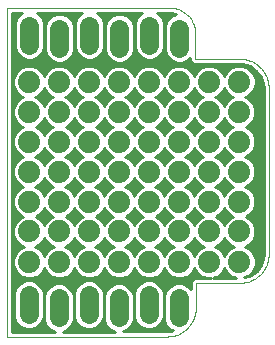
<source format=gtl>
G75*
G70*
%OFA0B0*%
%FSLAX24Y24*%
%IPPOS*%
%LPD*%
%AMOC8*
5,1,8,0,0,1.08239X$1,22.5*
%
%ADD10C,0.0000*%
%ADD11C,0.0640*%
%ADD12C,0.0740*%
%ADD13C,0.0100*%
D10*
X014712Y012689D02*
X014712Y014461D01*
X014716Y014461D01*
X014716Y021941D01*
X014711Y021926D01*
X014711Y023658D01*
X020059Y023657D01*
X020058Y023657D02*
X020115Y023661D01*
X020172Y023660D01*
X020229Y023656D01*
X020285Y023648D01*
X020341Y023637D01*
X020396Y023622D01*
X020450Y023603D01*
X020502Y023581D01*
X020553Y023555D01*
X020602Y023526D01*
X020649Y023494D01*
X020694Y023459D01*
X020736Y023421D01*
X020776Y023381D01*
X020814Y023338D01*
X020848Y023292D01*
X020879Y023245D01*
X020907Y023195D01*
X020932Y023144D01*
X020954Y023091D01*
X020971Y023037D01*
X020986Y022982D01*
X020996Y022926D01*
X021003Y022870D01*
X021003Y021953D01*
X022464Y021961D01*
X022526Y021959D01*
X022587Y021953D01*
X022648Y021944D01*
X022709Y021930D01*
X022768Y021913D01*
X022826Y021892D01*
X022883Y021867D01*
X022938Y021839D01*
X022991Y021808D01*
X023042Y021773D01*
X023091Y021735D01*
X023138Y021694D01*
X023181Y021651D01*
X023222Y021604D01*
X023260Y021555D01*
X023295Y021504D01*
X023326Y021451D01*
X023354Y021396D01*
X023379Y021339D01*
X023400Y021281D01*
X023417Y021222D01*
X023431Y021161D01*
X023440Y021100D01*
X023446Y021039D01*
X023448Y020977D01*
X023448Y015446D01*
X023449Y015446D02*
X023447Y015385D01*
X023441Y015325D01*
X023432Y015265D01*
X023419Y015206D01*
X023402Y015148D01*
X023381Y015091D01*
X023357Y015035D01*
X023330Y014981D01*
X023299Y014929D01*
X023265Y014879D01*
X023228Y014831D01*
X023187Y014785D01*
X023145Y014743D01*
X023099Y014702D01*
X023051Y014665D01*
X023001Y014631D01*
X022949Y014600D01*
X022895Y014573D01*
X022839Y014549D01*
X022782Y014528D01*
X022724Y014511D01*
X022665Y014498D01*
X022605Y014489D01*
X022545Y014483D01*
X022484Y014481D01*
X021019Y014472D01*
X021019Y013661D01*
X021020Y013661D02*
X021018Y013600D01*
X021012Y013540D01*
X021003Y013480D01*
X020990Y013421D01*
X020973Y013363D01*
X020952Y013306D01*
X020928Y013250D01*
X020901Y013196D01*
X020870Y013144D01*
X020836Y013094D01*
X020799Y013046D01*
X020758Y013000D01*
X020716Y012958D01*
X020670Y012917D01*
X020622Y012880D01*
X020572Y012846D01*
X020520Y012815D01*
X020466Y012788D01*
X020410Y012764D01*
X020353Y012743D01*
X020295Y012726D01*
X020236Y012713D01*
X020176Y012704D01*
X020116Y012698D01*
X020055Y012696D01*
X020055Y012697D02*
X014712Y012689D01*
D11*
X015457Y013440D02*
X015457Y014080D01*
X016457Y013980D02*
X016457Y013340D01*
X017457Y013440D02*
X017457Y014080D01*
X018457Y013980D02*
X018457Y013340D01*
X019457Y013440D02*
X019457Y014080D01*
X020457Y013980D02*
X020457Y013340D01*
X020474Y022317D02*
X020474Y022957D01*
X019474Y023057D02*
X019474Y022417D01*
X018474Y022317D02*
X018474Y022957D01*
X017474Y023057D02*
X017474Y022417D01*
X016474Y022317D02*
X016474Y022957D01*
X015474Y023057D02*
X015474Y022417D01*
D12*
X015470Y021189D03*
X016470Y021189D03*
X017470Y021189D03*
X018470Y021189D03*
X019470Y021189D03*
X020470Y021189D03*
X021470Y021189D03*
X022470Y021189D03*
X022468Y020182D03*
X021468Y020182D03*
X020468Y020182D03*
X019468Y020182D03*
X018468Y020182D03*
X017468Y020182D03*
X016468Y020182D03*
X015468Y020182D03*
X015467Y019196D03*
X016467Y019196D03*
X017467Y019196D03*
X018467Y019196D03*
X019467Y019196D03*
X020467Y019196D03*
X021467Y019196D03*
X022467Y019196D03*
X022467Y018195D03*
X021467Y018195D03*
X020467Y018195D03*
X019467Y018195D03*
X018467Y018195D03*
X017467Y018195D03*
X016467Y018195D03*
X015467Y018195D03*
X015467Y017194D03*
X016467Y017194D03*
X017467Y017194D03*
X018467Y017194D03*
X019467Y017194D03*
X020467Y017194D03*
X021467Y017194D03*
X022467Y017194D03*
X022467Y016199D03*
X021467Y016199D03*
X020467Y016199D03*
X019467Y016199D03*
X018467Y016199D03*
X017467Y016199D03*
X016467Y016199D03*
X015467Y016199D03*
X015471Y015185D03*
X016471Y015185D03*
X017471Y015185D03*
X018471Y015185D03*
X019471Y015185D03*
X020471Y015185D03*
X021471Y015185D03*
X022471Y015185D03*
D13*
X022963Y014964D02*
X023103Y014964D01*
X023045Y014884D02*
X023192Y015085D01*
X023268Y015321D01*
X023278Y015446D01*
X023278Y020977D01*
X023268Y021105D01*
X023189Y021347D01*
X023040Y021553D01*
X022834Y021703D01*
X022591Y021781D01*
X022464Y021791D01*
X021074Y021783D01*
X021074Y021783D01*
X021004Y021783D01*
X020934Y021782D01*
X020934Y021783D01*
X020933Y021783D01*
X020884Y021832D01*
X020834Y021881D01*
X020834Y021882D01*
X020833Y021882D01*
X020833Y021952D01*
X020833Y021983D01*
X020752Y021901D01*
X020571Y021827D01*
X020377Y021827D01*
X020196Y021901D01*
X020059Y022039D01*
X019984Y022219D01*
X019984Y023054D01*
X020059Y023234D01*
X020196Y023372D01*
X020375Y023446D01*
X020184Y023490D01*
X020130Y023489D01*
X020129Y023487D01*
X020066Y023487D01*
X020004Y023482D01*
X019997Y023487D01*
X019714Y023488D01*
X019752Y023472D01*
X019889Y023334D01*
X019964Y023154D01*
X019964Y022319D01*
X019889Y022139D01*
X019752Y022001D01*
X019571Y021927D01*
X019377Y021927D01*
X019196Y022001D01*
X019059Y022139D01*
X018984Y022319D01*
X018984Y023154D01*
X019059Y023334D01*
X019196Y023472D01*
X019234Y023488D01*
X017713Y023488D01*
X017752Y023472D01*
X017889Y023334D01*
X017964Y023154D01*
X017964Y022319D01*
X017889Y022139D01*
X017752Y022001D01*
X017571Y021927D01*
X017377Y021927D01*
X017196Y022001D01*
X017059Y022139D01*
X016984Y022319D01*
X016984Y023154D01*
X017059Y023334D01*
X017196Y023472D01*
X017235Y023488D01*
X015712Y023488D01*
X015752Y023472D01*
X015889Y023334D01*
X015964Y023154D01*
X015964Y022319D01*
X015889Y022139D01*
X015752Y022001D01*
X015571Y021927D01*
X015377Y021927D01*
X015196Y022001D01*
X015059Y022139D01*
X014984Y022319D01*
X014984Y023154D01*
X015059Y023334D01*
X015196Y023472D01*
X015236Y023488D01*
X014881Y023488D01*
X014881Y022016D01*
X014886Y022011D01*
X014886Y021983D01*
X014899Y021958D01*
X014886Y021915D01*
X014886Y014390D01*
X014882Y014386D01*
X014882Y012859D01*
X016333Y012861D01*
X016179Y012925D01*
X016042Y013063D01*
X015967Y013243D01*
X015967Y014078D01*
X016042Y014258D01*
X016179Y014396D01*
X016360Y014470D01*
X016554Y014470D01*
X016735Y014396D01*
X016872Y014258D01*
X016947Y014078D01*
X016947Y013243D01*
X016872Y013063D01*
X016735Y012925D01*
X016582Y012862D01*
X018326Y012864D01*
X018179Y012925D01*
X018042Y013063D01*
X017967Y013243D01*
X017967Y014078D01*
X018042Y014258D01*
X018179Y014396D01*
X018360Y014470D01*
X018554Y014470D01*
X018735Y014396D01*
X018872Y014258D01*
X018947Y014078D01*
X018947Y013243D01*
X018872Y013063D01*
X018735Y012925D01*
X018589Y012865D01*
X019984Y012867D01*
X019984Y012867D01*
X020055Y012867D01*
X020179Y012877D01*
X020245Y012898D01*
X020179Y012925D01*
X020042Y013063D01*
X019967Y013243D01*
X019967Y014078D01*
X020042Y014258D01*
X020179Y014396D01*
X020360Y014470D01*
X020554Y014470D01*
X020735Y014396D01*
X020849Y014281D01*
X020849Y014472D01*
X020849Y014542D01*
X020849Y014542D01*
X020849Y014543D01*
X020899Y014592D01*
X020948Y014642D01*
X020948Y014642D01*
X020949Y014642D01*
X021019Y014642D01*
X021535Y014645D01*
X021363Y014645D01*
X021165Y014728D01*
X021013Y014880D01*
X020971Y014982D01*
X020928Y014880D01*
X020776Y014728D01*
X020578Y014645D01*
X020363Y014645D01*
X020165Y014728D01*
X020013Y014880D01*
X019971Y014982D01*
X019928Y014880D01*
X019776Y014728D01*
X019578Y014645D01*
X019363Y014645D01*
X019165Y014728D01*
X019013Y014880D01*
X018971Y014982D01*
X018928Y014880D01*
X018776Y014728D01*
X018578Y014645D01*
X018363Y014645D01*
X018165Y014728D01*
X018013Y014880D01*
X017971Y014982D01*
X017928Y014880D01*
X017776Y014728D01*
X017578Y014645D01*
X017363Y014645D01*
X017165Y014728D01*
X017013Y014880D01*
X016971Y014982D01*
X016928Y014880D01*
X016776Y014728D01*
X016578Y014645D01*
X016363Y014645D01*
X016165Y014728D01*
X016013Y014880D01*
X015971Y014982D01*
X015928Y014880D01*
X015776Y014728D01*
X015578Y014645D01*
X015363Y014645D01*
X015165Y014728D01*
X015013Y014880D01*
X014931Y015078D01*
X014931Y015293D01*
X015013Y015491D01*
X015165Y015643D01*
X015280Y015691D01*
X015161Y015741D01*
X015009Y015893D01*
X014927Y016091D01*
X014927Y016306D01*
X015009Y016504D01*
X015161Y016656D01*
X015257Y016696D01*
X015161Y016736D01*
X015009Y016888D01*
X014927Y017086D01*
X014927Y017301D01*
X015009Y017499D01*
X015161Y017651D01*
X015264Y017694D01*
X015161Y017737D01*
X015009Y017889D01*
X014927Y018087D01*
X014927Y018302D01*
X015009Y018500D01*
X015161Y018652D01*
X015265Y018695D01*
X015161Y018738D01*
X015009Y018890D01*
X014927Y019089D01*
X014927Y019303D01*
X015009Y019502D01*
X015161Y019654D01*
X015246Y019689D01*
X015162Y019724D01*
X015010Y019876D01*
X014928Y020075D01*
X014928Y020289D01*
X015010Y020488D01*
X015162Y020640D01*
X015273Y020686D01*
X015164Y020731D01*
X015012Y020883D01*
X014930Y021081D01*
X014930Y021296D01*
X015012Y021494D01*
X015164Y021646D01*
X015362Y021728D01*
X015577Y021728D01*
X015775Y021646D01*
X015927Y021494D01*
X015970Y021392D01*
X016012Y021494D01*
X016164Y021646D01*
X016362Y021728D01*
X016577Y021728D01*
X016775Y021646D01*
X016927Y021494D01*
X016970Y021392D01*
X017012Y021494D01*
X017164Y021646D01*
X017362Y021728D01*
X017577Y021728D01*
X017775Y021646D01*
X017927Y021494D01*
X017970Y021392D01*
X018012Y021494D01*
X018164Y021646D01*
X018362Y021728D01*
X018577Y021728D01*
X018775Y021646D01*
X018927Y021494D01*
X018970Y021392D01*
X019012Y021494D01*
X019164Y021646D01*
X019362Y021728D01*
X019577Y021728D01*
X019775Y021646D01*
X019927Y021494D01*
X019970Y021392D01*
X020012Y021494D01*
X020164Y021646D01*
X020362Y021728D01*
X020577Y021728D01*
X020775Y021646D01*
X020927Y021494D01*
X020970Y021392D01*
X021012Y021494D01*
X021164Y021646D01*
X021362Y021728D01*
X021577Y021728D01*
X021775Y021646D01*
X021927Y021494D01*
X021970Y021392D01*
X022012Y021494D01*
X022164Y021646D01*
X022362Y021728D01*
X022577Y021728D01*
X022775Y021646D01*
X022927Y021494D01*
X023010Y021296D01*
X023010Y021081D01*
X022927Y020883D01*
X022775Y020731D01*
X022665Y020685D01*
X022774Y020640D01*
X022926Y020488D01*
X023008Y020289D01*
X023008Y020075D01*
X022926Y019876D01*
X022774Y019724D01*
X022688Y019689D01*
X022772Y019654D01*
X022924Y019502D01*
X023007Y019303D01*
X023007Y019089D01*
X022924Y018890D01*
X022772Y018738D01*
X022669Y018695D01*
X022773Y018652D01*
X022925Y018500D01*
X023007Y018302D01*
X023007Y018087D01*
X022925Y017889D01*
X022773Y017737D01*
X022670Y017694D01*
X022772Y017651D01*
X022924Y017499D01*
X023007Y017301D01*
X023007Y017086D01*
X022924Y016888D01*
X022772Y016736D01*
X022677Y016696D01*
X022773Y016656D01*
X022925Y016504D01*
X023007Y016306D01*
X023007Y016091D01*
X022925Y015893D01*
X022773Y015741D01*
X022657Y015693D01*
X022776Y015643D01*
X022928Y015491D01*
X023011Y015293D01*
X023011Y015078D01*
X022928Y014880D01*
X022776Y014728D01*
X022641Y014672D01*
X022844Y014738D01*
X023045Y014884D01*
X023020Y014865D02*
X022914Y014865D01*
X022884Y014767D02*
X022815Y014767D01*
X023004Y015062D02*
X023175Y015062D01*
X023216Y015161D02*
X023011Y015161D01*
X023011Y015259D02*
X023248Y015259D01*
X023271Y015358D02*
X022984Y015358D01*
X022943Y015456D02*
X023278Y015456D01*
X023278Y015555D02*
X022865Y015555D01*
X022753Y015653D02*
X023278Y015653D01*
X023278Y015752D02*
X022784Y015752D01*
X022882Y015850D02*
X023278Y015850D01*
X023278Y015949D02*
X022948Y015949D01*
X022989Y016047D02*
X023278Y016047D01*
X023278Y016146D02*
X023007Y016146D01*
X023007Y016244D02*
X023278Y016244D01*
X023278Y016343D02*
X022992Y016343D01*
X022951Y016441D02*
X023278Y016441D01*
X023278Y016540D02*
X022890Y016540D01*
X022791Y016638D02*
X023278Y016638D01*
X023278Y016737D02*
X022773Y016737D01*
X022872Y016835D02*
X023278Y016835D01*
X023278Y016934D02*
X022943Y016934D01*
X022984Y017032D02*
X023278Y017032D01*
X023278Y017131D02*
X023007Y017131D01*
X023007Y017229D02*
X023278Y017229D01*
X023278Y017328D02*
X022995Y017328D01*
X022955Y017426D02*
X023278Y017426D01*
X023278Y017525D02*
X022899Y017525D01*
X022801Y017623D02*
X023278Y017623D01*
X023278Y017722D02*
X022736Y017722D01*
X022856Y017820D02*
X023278Y017820D01*
X023278Y017919D02*
X022937Y017919D01*
X022978Y018017D02*
X023278Y018017D01*
X023278Y018116D02*
X023007Y018116D01*
X023007Y018214D02*
X023278Y018214D01*
X023278Y018313D02*
X023003Y018313D01*
X022962Y018411D02*
X023278Y018411D01*
X023278Y018510D02*
X022916Y018510D01*
X022817Y018608D02*
X023278Y018608D01*
X023278Y018707D02*
X022696Y018707D01*
X022839Y018805D02*
X023278Y018805D01*
X023278Y018904D02*
X022930Y018904D01*
X022971Y019002D02*
X023278Y019002D01*
X023278Y019101D02*
X023007Y019101D01*
X023007Y019199D02*
X023278Y019199D01*
X023278Y019298D02*
X023007Y019298D01*
X022968Y019396D02*
X023278Y019396D01*
X023278Y019495D02*
X022927Y019495D01*
X022833Y019593D02*
X023278Y019593D01*
X023278Y019692D02*
X022695Y019692D01*
X022840Y019790D02*
X023278Y019790D01*
X023278Y019889D02*
X022931Y019889D01*
X022972Y019987D02*
X023278Y019987D01*
X023278Y020086D02*
X023008Y020086D01*
X023008Y020184D02*
X023278Y020184D01*
X023278Y020283D02*
X023008Y020283D01*
X022970Y020381D02*
X023278Y020381D01*
X023278Y020480D02*
X022929Y020480D01*
X022836Y020578D02*
X023278Y020578D01*
X023278Y020677D02*
X022685Y020677D01*
X022820Y020775D02*
X023278Y020775D01*
X023278Y020874D02*
X022918Y020874D01*
X022964Y020972D02*
X023278Y020972D01*
X023271Y021071D02*
X023005Y021071D01*
X023010Y021169D02*
X023247Y021169D01*
X023215Y021268D02*
X023010Y021268D01*
X022980Y021366D02*
X023176Y021366D01*
X023104Y021465D02*
X022940Y021465D01*
X022859Y021563D02*
X023026Y021563D01*
X022890Y021662D02*
X022739Y021662D01*
X022657Y021760D02*
X014886Y021760D01*
X014886Y021662D02*
X015200Y021662D01*
X015080Y021563D02*
X014886Y021563D01*
X014886Y021465D02*
X014999Y021465D01*
X014959Y021366D02*
X014886Y021366D01*
X014886Y021268D02*
X014930Y021268D01*
X014930Y021169D02*
X014886Y021169D01*
X014886Y021071D02*
X014934Y021071D01*
X014975Y020972D02*
X014886Y020972D01*
X014886Y020874D02*
X015021Y020874D01*
X015119Y020775D02*
X014886Y020775D01*
X014886Y020677D02*
X015251Y020677D01*
X015100Y020578D02*
X014886Y020578D01*
X014886Y020480D02*
X015007Y020480D01*
X014966Y020381D02*
X014886Y020381D01*
X014886Y020283D02*
X014928Y020283D01*
X014928Y020184D02*
X014886Y020184D01*
X014886Y020086D02*
X014928Y020086D01*
X014964Y019987D02*
X014886Y019987D01*
X014886Y019889D02*
X015005Y019889D01*
X015096Y019790D02*
X014886Y019790D01*
X014886Y019692D02*
X015241Y019692D01*
X015100Y019593D02*
X014886Y019593D01*
X014886Y019495D02*
X015006Y019495D01*
X014965Y019396D02*
X014886Y019396D01*
X014886Y019298D02*
X014927Y019298D01*
X014927Y019199D02*
X014886Y019199D01*
X014886Y019101D02*
X014927Y019101D01*
X014962Y019002D02*
X014886Y019002D01*
X014886Y018904D02*
X015003Y018904D01*
X015094Y018805D02*
X014886Y018805D01*
X014886Y018707D02*
X015237Y018707D01*
X015117Y018608D02*
X014886Y018608D01*
X014886Y018510D02*
X015018Y018510D01*
X014972Y018411D02*
X014886Y018411D01*
X014886Y018313D02*
X014931Y018313D01*
X014927Y018214D02*
X014886Y018214D01*
X014886Y018116D02*
X014927Y018116D01*
X014956Y018017D02*
X014886Y018017D01*
X014886Y017919D02*
X014997Y017919D01*
X015078Y017820D02*
X014886Y017820D01*
X014886Y017722D02*
X015198Y017722D01*
X015132Y017623D02*
X014886Y017623D01*
X014886Y017525D02*
X015034Y017525D01*
X014978Y017426D02*
X014886Y017426D01*
X014886Y017328D02*
X014938Y017328D01*
X014927Y017229D02*
X014886Y017229D01*
X014886Y017131D02*
X014927Y017131D01*
X014949Y017032D02*
X014886Y017032D01*
X014886Y016934D02*
X014990Y016934D01*
X015061Y016835D02*
X014886Y016835D01*
X014886Y016737D02*
X015160Y016737D01*
X015143Y016638D02*
X014886Y016638D01*
X014886Y016540D02*
X015044Y016540D01*
X014983Y016441D02*
X014886Y016441D01*
X014886Y016343D02*
X014942Y016343D01*
X014927Y016244D02*
X014886Y016244D01*
X014886Y016146D02*
X014927Y016146D01*
X014945Y016047D02*
X014886Y016047D01*
X014886Y015949D02*
X014986Y015949D01*
X015052Y015850D02*
X014886Y015850D01*
X014886Y015752D02*
X015150Y015752D01*
X015188Y015653D02*
X014886Y015653D01*
X014886Y015555D02*
X015076Y015555D01*
X014998Y015456D02*
X014886Y015456D01*
X014886Y015358D02*
X014957Y015358D01*
X014931Y015259D02*
X014886Y015259D01*
X014886Y015161D02*
X014931Y015161D01*
X014937Y015062D02*
X014886Y015062D01*
X014886Y014964D02*
X014978Y014964D01*
X015027Y014865D02*
X014886Y014865D01*
X014886Y014767D02*
X015126Y014767D01*
X015309Y014668D02*
X014886Y014668D01*
X014886Y014570D02*
X015357Y014570D01*
X015360Y014570D02*
X015179Y014496D01*
X015042Y014358D01*
X014967Y014178D01*
X014967Y013343D01*
X015042Y013163D01*
X015179Y013025D01*
X015360Y012950D01*
X015554Y012950D01*
X015735Y013025D01*
X015872Y013163D01*
X015947Y013343D01*
X015947Y014178D01*
X015872Y014358D01*
X015735Y014496D01*
X015554Y014570D01*
X015360Y014570D01*
X015557Y014570D02*
X017357Y014570D01*
X017360Y014570D02*
X017179Y014496D01*
X017042Y014358D01*
X016967Y014178D01*
X016967Y013343D01*
X017042Y013163D01*
X017179Y013025D01*
X017360Y012950D01*
X017554Y012950D01*
X017735Y013025D01*
X017872Y013163D01*
X017947Y013343D01*
X017947Y014178D01*
X017872Y014358D01*
X017735Y014496D01*
X017554Y014570D01*
X017360Y014570D01*
X017309Y014668D02*
X016632Y014668D01*
X016815Y014767D02*
X017126Y014767D01*
X017027Y014865D02*
X016914Y014865D01*
X016963Y014964D02*
X016978Y014964D01*
X017155Y014471D02*
X015759Y014471D01*
X015858Y014373D02*
X016156Y014373D01*
X016058Y014274D02*
X015907Y014274D01*
X015947Y014176D02*
X016007Y014176D01*
X015967Y014077D02*
X015947Y014077D01*
X015947Y013979D02*
X015967Y013979D01*
X015967Y013880D02*
X015947Y013880D01*
X015947Y013782D02*
X015967Y013782D01*
X015967Y013683D02*
X015947Y013683D01*
X015947Y013585D02*
X015967Y013585D01*
X015967Y013486D02*
X015947Y013486D01*
X015947Y013388D02*
X015967Y013388D01*
X015967Y013289D02*
X015925Y013289D01*
X015884Y013191D02*
X015989Y013191D01*
X016030Y013092D02*
X015801Y013092D01*
X015658Y012994D02*
X016111Y012994D01*
X016252Y012895D02*
X014882Y012895D01*
X014882Y012994D02*
X015256Y012994D01*
X015113Y013092D02*
X014882Y013092D01*
X014882Y013191D02*
X015030Y013191D01*
X014989Y013289D02*
X014882Y013289D01*
X014882Y013388D02*
X014967Y013388D01*
X014967Y013486D02*
X014882Y013486D01*
X014882Y013585D02*
X014967Y013585D01*
X014967Y013683D02*
X014882Y013683D01*
X014882Y013782D02*
X014967Y013782D01*
X014967Y013880D02*
X014882Y013880D01*
X014882Y013979D02*
X014967Y013979D01*
X014967Y014077D02*
X014882Y014077D01*
X014882Y014176D02*
X014967Y014176D01*
X015007Y014274D02*
X014882Y014274D01*
X014882Y014373D02*
X015056Y014373D01*
X015155Y014471D02*
X014886Y014471D01*
X015632Y014668D02*
X016309Y014668D01*
X016126Y014767D02*
X015815Y014767D01*
X015914Y014865D02*
X016027Y014865D01*
X015978Y014964D02*
X015963Y014964D01*
X015971Y015389D02*
X015928Y015491D01*
X015776Y015643D01*
X015657Y015693D01*
X015773Y015741D01*
X015925Y015893D01*
X015967Y015995D01*
X016009Y015893D01*
X016161Y015741D01*
X016280Y015691D01*
X016165Y015643D01*
X016013Y015491D01*
X015971Y015389D01*
X015943Y015456D02*
X015998Y015456D01*
X016076Y015555D02*
X015865Y015555D01*
X015753Y015653D02*
X016188Y015653D01*
X016150Y015752D02*
X015784Y015752D01*
X015882Y015850D02*
X016052Y015850D01*
X015986Y015949D02*
X015948Y015949D01*
X015967Y016402D02*
X015925Y016504D01*
X015773Y016656D01*
X015677Y016696D01*
X015772Y016736D01*
X015924Y016888D01*
X015967Y016990D01*
X016009Y016888D01*
X016161Y016736D01*
X016257Y016696D01*
X016161Y016656D01*
X016009Y016504D01*
X015967Y016402D01*
X015951Y016441D02*
X015983Y016441D01*
X016044Y016540D02*
X015890Y016540D01*
X015791Y016638D02*
X016143Y016638D01*
X016160Y016737D02*
X015773Y016737D01*
X015872Y016835D02*
X016061Y016835D01*
X015990Y016934D02*
X015943Y016934D01*
X015967Y017397D02*
X015924Y017499D01*
X015772Y017651D01*
X015670Y017694D01*
X015773Y017737D01*
X015925Y017889D01*
X015967Y017991D01*
X016009Y017889D01*
X016161Y017737D01*
X016264Y017694D01*
X016161Y017651D01*
X016009Y017499D01*
X015967Y017397D01*
X015955Y017426D02*
X015978Y017426D01*
X016034Y017525D02*
X015899Y017525D01*
X015801Y017623D02*
X016132Y017623D01*
X016198Y017722D02*
X015736Y017722D01*
X015856Y017820D02*
X016078Y017820D01*
X015997Y017919D02*
X015937Y017919D01*
X015967Y018398D02*
X015925Y018500D01*
X015773Y018652D01*
X015669Y018695D01*
X015772Y018738D01*
X015924Y018890D01*
X015967Y018992D01*
X016009Y018890D01*
X016161Y018738D01*
X016265Y018695D01*
X016161Y018652D01*
X016009Y018500D01*
X015967Y018398D01*
X015962Y018411D02*
X015972Y018411D01*
X016018Y018510D02*
X015916Y018510D01*
X015817Y018608D02*
X016117Y018608D01*
X016237Y018707D02*
X015696Y018707D01*
X015839Y018805D02*
X016094Y018805D01*
X016003Y018904D02*
X015930Y018904D01*
X015967Y019400D02*
X015924Y019502D01*
X015772Y019654D01*
X015688Y019689D01*
X015774Y019724D01*
X015926Y019876D01*
X015968Y019978D01*
X016010Y019876D01*
X016162Y019724D01*
X016246Y019689D01*
X016161Y019654D01*
X016009Y019502D01*
X015967Y019400D01*
X016006Y019495D02*
X015927Y019495D01*
X015833Y019593D02*
X016100Y019593D01*
X016241Y019692D02*
X015695Y019692D01*
X015840Y019790D02*
X016096Y019790D01*
X016005Y019889D02*
X015931Y019889D01*
X015968Y020386D02*
X015926Y020488D01*
X015774Y020640D01*
X015665Y020685D01*
X015775Y020731D01*
X015927Y020883D01*
X015970Y020985D01*
X016012Y020883D01*
X016164Y020731D01*
X016273Y020686D01*
X016162Y020640D01*
X016010Y020488D01*
X015968Y020386D01*
X015929Y020480D02*
X016007Y020480D01*
X016100Y020578D02*
X015836Y020578D01*
X015685Y020677D02*
X016251Y020677D01*
X016119Y020775D02*
X015820Y020775D01*
X015918Y020874D02*
X016021Y020874D01*
X015975Y020972D02*
X015964Y020972D01*
X015940Y021465D02*
X015999Y021465D01*
X016080Y021563D02*
X015859Y021563D01*
X015739Y021662D02*
X016200Y021662D01*
X016299Y021859D02*
X014886Y021859D01*
X014899Y021957D02*
X015303Y021957D01*
X015142Y022056D02*
X014881Y022056D01*
X014881Y022154D02*
X015052Y022154D01*
X015012Y022253D02*
X014881Y022253D01*
X014881Y022351D02*
X014984Y022351D01*
X014984Y022450D02*
X014881Y022450D01*
X014881Y022548D02*
X014984Y022548D01*
X014984Y022647D02*
X014881Y022647D01*
X014881Y022745D02*
X014984Y022745D01*
X014984Y022844D02*
X014881Y022844D01*
X014881Y022942D02*
X014984Y022942D01*
X014984Y023041D02*
X014881Y023041D01*
X014881Y023139D02*
X014984Y023139D01*
X015019Y023238D02*
X014881Y023238D01*
X014881Y023336D02*
X015061Y023336D01*
X015159Y023435D02*
X014881Y023435D01*
X015789Y023435D02*
X016348Y023435D01*
X016377Y023446D02*
X016196Y023372D01*
X016059Y023234D01*
X015984Y023054D01*
X015984Y022219D01*
X016059Y022039D01*
X016196Y021901D01*
X016377Y021827D01*
X016571Y021827D01*
X016752Y021901D01*
X016889Y022039D01*
X016964Y022219D01*
X016964Y023054D01*
X016889Y023234D01*
X016752Y023372D01*
X016571Y023446D01*
X016377Y023446D01*
X016600Y023435D02*
X017159Y023435D01*
X017061Y023336D02*
X016787Y023336D01*
X016886Y023238D02*
X017019Y023238D01*
X016984Y023139D02*
X016929Y023139D01*
X016964Y023041D02*
X016984Y023041D01*
X016984Y022942D02*
X016964Y022942D01*
X016964Y022844D02*
X016984Y022844D01*
X016984Y022745D02*
X016964Y022745D01*
X016964Y022647D02*
X016984Y022647D01*
X016984Y022548D02*
X016964Y022548D01*
X016964Y022450D02*
X016984Y022450D01*
X016984Y022351D02*
X016964Y022351D01*
X016964Y022253D02*
X017012Y022253D01*
X017052Y022154D02*
X016937Y022154D01*
X016896Y022056D02*
X017142Y022056D01*
X017303Y021957D02*
X016808Y021957D01*
X016649Y021859D02*
X018299Y021859D01*
X018377Y021827D02*
X018196Y021901D01*
X018059Y022039D01*
X017984Y022219D01*
X017984Y023054D01*
X018059Y023234D01*
X018196Y023372D01*
X018377Y023446D01*
X018571Y023446D01*
X018752Y023372D01*
X018889Y023234D01*
X018964Y023054D01*
X018964Y022219D01*
X018889Y022039D01*
X018752Y021901D01*
X018571Y021827D01*
X018377Y021827D01*
X018200Y021662D02*
X017739Y021662D01*
X017859Y021563D02*
X018080Y021563D01*
X017999Y021465D02*
X017940Y021465D01*
X017970Y020985D02*
X017927Y020883D01*
X017775Y020731D01*
X017665Y020685D01*
X017774Y020640D01*
X017926Y020488D01*
X017968Y020386D01*
X018010Y020488D01*
X018162Y020640D01*
X018273Y020686D01*
X018164Y020731D01*
X018012Y020883D01*
X017970Y020985D01*
X017975Y020972D02*
X017964Y020972D01*
X017918Y020874D02*
X018021Y020874D01*
X018119Y020775D02*
X017820Y020775D01*
X017685Y020677D02*
X018251Y020677D01*
X018100Y020578D02*
X017836Y020578D01*
X017929Y020480D02*
X018007Y020480D01*
X017968Y019978D02*
X017926Y019876D01*
X017774Y019724D01*
X017688Y019689D01*
X017772Y019654D01*
X017924Y019502D01*
X017967Y019400D01*
X018009Y019502D01*
X018161Y019654D01*
X018246Y019689D01*
X018162Y019724D01*
X018010Y019876D01*
X017968Y019978D01*
X017931Y019889D02*
X018005Y019889D01*
X018096Y019790D02*
X017840Y019790D01*
X017695Y019692D02*
X018241Y019692D01*
X018100Y019593D02*
X017833Y019593D01*
X017927Y019495D02*
X018006Y019495D01*
X017967Y018992D02*
X017924Y018890D01*
X017772Y018738D01*
X017669Y018695D01*
X017773Y018652D01*
X017925Y018500D01*
X017967Y018398D01*
X018009Y018500D01*
X018161Y018652D01*
X018265Y018695D01*
X018161Y018738D01*
X018009Y018890D01*
X017967Y018992D01*
X017930Y018904D02*
X018003Y018904D01*
X018094Y018805D02*
X017839Y018805D01*
X017696Y018707D02*
X018237Y018707D01*
X018117Y018608D02*
X017817Y018608D01*
X017916Y018510D02*
X018018Y018510D01*
X017972Y018411D02*
X017962Y018411D01*
X017967Y017991D02*
X018009Y017889D01*
X018161Y017737D01*
X018264Y017694D01*
X018161Y017651D01*
X018009Y017499D01*
X017967Y017397D01*
X017924Y017499D01*
X017772Y017651D01*
X017670Y017694D01*
X017773Y017737D01*
X017925Y017889D01*
X017967Y017991D01*
X017937Y017919D02*
X017997Y017919D01*
X018078Y017820D02*
X017856Y017820D01*
X017736Y017722D02*
X018198Y017722D01*
X018132Y017623D02*
X017801Y017623D01*
X017899Y017525D02*
X018034Y017525D01*
X017978Y017426D02*
X017955Y017426D01*
X017967Y016990D02*
X017924Y016888D01*
X017772Y016736D01*
X017677Y016696D01*
X017773Y016656D01*
X017925Y016504D01*
X017967Y016402D01*
X018009Y016504D01*
X018161Y016656D01*
X018257Y016696D01*
X018161Y016736D01*
X018009Y016888D01*
X017967Y016990D01*
X017943Y016934D02*
X017990Y016934D01*
X018061Y016835D02*
X017872Y016835D01*
X017773Y016737D02*
X018160Y016737D01*
X018143Y016638D02*
X017791Y016638D01*
X017890Y016540D02*
X018044Y016540D01*
X017983Y016441D02*
X017951Y016441D01*
X017967Y015995D02*
X017925Y015893D01*
X017773Y015741D01*
X017657Y015693D01*
X017776Y015643D01*
X017928Y015491D01*
X017971Y015389D01*
X018013Y015491D01*
X018165Y015643D01*
X018280Y015691D01*
X018161Y015741D01*
X018009Y015893D01*
X017967Y015995D01*
X017948Y015949D02*
X017986Y015949D01*
X018052Y015850D02*
X017882Y015850D01*
X017784Y015752D02*
X018150Y015752D01*
X018188Y015653D02*
X017753Y015653D01*
X017865Y015555D02*
X018076Y015555D01*
X017998Y015456D02*
X017943Y015456D01*
X017963Y014964D02*
X017978Y014964D01*
X018027Y014865D02*
X017914Y014865D01*
X017815Y014767D02*
X018126Y014767D01*
X018309Y014668D02*
X017632Y014668D01*
X017557Y014570D02*
X019357Y014570D01*
X019360Y014570D02*
X019179Y014496D01*
X019042Y014358D01*
X018967Y014178D01*
X018967Y013343D01*
X019042Y013163D01*
X019179Y013025D01*
X019360Y012950D01*
X019554Y012950D01*
X019735Y013025D01*
X019872Y013163D01*
X019947Y013343D01*
X019947Y014178D01*
X019872Y014358D01*
X019735Y014496D01*
X019554Y014570D01*
X019360Y014570D01*
X019309Y014668D02*
X018632Y014668D01*
X018815Y014767D02*
X019126Y014767D01*
X019027Y014865D02*
X018914Y014865D01*
X018963Y014964D02*
X018978Y014964D01*
X019155Y014471D02*
X017759Y014471D01*
X017858Y014373D02*
X018156Y014373D01*
X018058Y014274D02*
X017907Y014274D01*
X017947Y014176D02*
X018007Y014176D01*
X017967Y014077D02*
X017947Y014077D01*
X017947Y013979D02*
X017967Y013979D01*
X017967Y013880D02*
X017947Y013880D01*
X017947Y013782D02*
X017967Y013782D01*
X017967Y013683D02*
X017947Y013683D01*
X017947Y013585D02*
X017967Y013585D01*
X017967Y013486D02*
X017947Y013486D01*
X017947Y013388D02*
X017967Y013388D01*
X017967Y013289D02*
X017925Y013289D01*
X017884Y013191D02*
X017989Y013191D01*
X018030Y013092D02*
X017801Y013092D01*
X017658Y012994D02*
X018111Y012994D01*
X018252Y012895D02*
X016662Y012895D01*
X016803Y012994D02*
X017256Y012994D01*
X017113Y013092D02*
X016884Y013092D01*
X016925Y013191D02*
X017030Y013191D01*
X016989Y013289D02*
X016947Y013289D01*
X016947Y013388D02*
X016967Y013388D01*
X016967Y013486D02*
X016947Y013486D01*
X016947Y013585D02*
X016967Y013585D01*
X016967Y013683D02*
X016947Y013683D01*
X016947Y013782D02*
X016967Y013782D01*
X016967Y013880D02*
X016947Y013880D01*
X016947Y013979D02*
X016967Y013979D01*
X016967Y014077D02*
X016947Y014077D01*
X016967Y014176D02*
X016907Y014176D01*
X016856Y014274D02*
X017007Y014274D01*
X017056Y014373D02*
X016758Y014373D01*
X016971Y015389D02*
X016928Y015491D01*
X016776Y015643D01*
X016657Y015693D01*
X016773Y015741D01*
X016925Y015893D01*
X016967Y015995D01*
X017009Y015893D01*
X017161Y015741D01*
X017280Y015691D01*
X017165Y015643D01*
X017013Y015491D01*
X016971Y015389D01*
X016943Y015456D02*
X016998Y015456D01*
X017076Y015555D02*
X016865Y015555D01*
X016753Y015653D02*
X017188Y015653D01*
X017150Y015752D02*
X016784Y015752D01*
X016882Y015850D02*
X017052Y015850D01*
X016986Y015949D02*
X016948Y015949D01*
X016967Y016402D02*
X016925Y016504D01*
X016773Y016656D01*
X016677Y016696D01*
X016772Y016736D01*
X016924Y016888D01*
X016967Y016990D01*
X017009Y016888D01*
X017161Y016736D01*
X017257Y016696D01*
X017161Y016656D01*
X017009Y016504D01*
X016967Y016402D01*
X016951Y016441D02*
X016983Y016441D01*
X017044Y016540D02*
X016890Y016540D01*
X016791Y016638D02*
X017143Y016638D01*
X017160Y016737D02*
X016773Y016737D01*
X016872Y016835D02*
X017061Y016835D01*
X016990Y016934D02*
X016943Y016934D01*
X016967Y017397D02*
X016924Y017499D01*
X016772Y017651D01*
X016670Y017694D01*
X016773Y017737D01*
X016925Y017889D01*
X016967Y017991D01*
X017009Y017889D01*
X017161Y017737D01*
X017264Y017694D01*
X017161Y017651D01*
X017009Y017499D01*
X016967Y017397D01*
X016955Y017426D02*
X016978Y017426D01*
X017034Y017525D02*
X016899Y017525D01*
X016801Y017623D02*
X017132Y017623D01*
X017198Y017722D02*
X016736Y017722D01*
X016856Y017820D02*
X017078Y017820D01*
X016997Y017919D02*
X016937Y017919D01*
X016967Y018398D02*
X016925Y018500D01*
X016773Y018652D01*
X016669Y018695D01*
X016772Y018738D01*
X016924Y018890D01*
X016967Y018992D01*
X017009Y018890D01*
X017161Y018738D01*
X017265Y018695D01*
X017161Y018652D01*
X017009Y018500D01*
X016967Y018398D01*
X016962Y018411D02*
X016972Y018411D01*
X017018Y018510D02*
X016916Y018510D01*
X016817Y018608D02*
X017117Y018608D01*
X017237Y018707D02*
X016696Y018707D01*
X016839Y018805D02*
X017094Y018805D01*
X017003Y018904D02*
X016930Y018904D01*
X016967Y019400D02*
X016924Y019502D01*
X016772Y019654D01*
X016688Y019689D01*
X016774Y019724D01*
X016926Y019876D01*
X016968Y019978D01*
X017010Y019876D01*
X017162Y019724D01*
X017246Y019689D01*
X017161Y019654D01*
X017009Y019502D01*
X016967Y019400D01*
X017006Y019495D02*
X016927Y019495D01*
X016833Y019593D02*
X017100Y019593D01*
X017241Y019692D02*
X016695Y019692D01*
X016840Y019790D02*
X017096Y019790D01*
X017005Y019889D02*
X016931Y019889D01*
X016968Y020386D02*
X016926Y020488D01*
X016774Y020640D01*
X016665Y020685D01*
X016775Y020731D01*
X016927Y020883D01*
X016970Y020985D01*
X017012Y020883D01*
X017164Y020731D01*
X017273Y020686D01*
X017162Y020640D01*
X017010Y020488D01*
X016968Y020386D01*
X016929Y020480D02*
X017007Y020480D01*
X017100Y020578D02*
X016836Y020578D01*
X016685Y020677D02*
X017251Y020677D01*
X017119Y020775D02*
X016820Y020775D01*
X016918Y020874D02*
X017021Y020874D01*
X016975Y020972D02*
X016964Y020972D01*
X016940Y021465D02*
X016999Y021465D01*
X017080Y021563D02*
X016859Y021563D01*
X016739Y021662D02*
X017200Y021662D01*
X017645Y021957D02*
X018141Y021957D01*
X018052Y022056D02*
X017806Y022056D01*
X017896Y022154D02*
X018011Y022154D01*
X017984Y022253D02*
X017936Y022253D01*
X017964Y022351D02*
X017984Y022351D01*
X017984Y022450D02*
X017964Y022450D01*
X017964Y022548D02*
X017984Y022548D01*
X017984Y022647D02*
X017964Y022647D01*
X017964Y022745D02*
X017984Y022745D01*
X017984Y022844D02*
X017964Y022844D01*
X017964Y022942D02*
X017984Y022942D01*
X017984Y023041D02*
X017964Y023041D01*
X017964Y023139D02*
X018019Y023139D01*
X018062Y023238D02*
X017929Y023238D01*
X017887Y023336D02*
X018161Y023336D01*
X018348Y023435D02*
X017789Y023435D01*
X018600Y023435D02*
X019159Y023435D01*
X019061Y023336D02*
X018787Y023336D01*
X018886Y023238D02*
X019019Y023238D01*
X018984Y023139D02*
X018929Y023139D01*
X018964Y023041D02*
X018984Y023041D01*
X018984Y022942D02*
X018964Y022942D01*
X018964Y022844D02*
X018984Y022844D01*
X018984Y022745D02*
X018964Y022745D01*
X018964Y022647D02*
X018984Y022647D01*
X018984Y022548D02*
X018964Y022548D01*
X018964Y022450D02*
X018984Y022450D01*
X018984Y022351D02*
X018964Y022351D01*
X018964Y022253D02*
X019012Y022253D01*
X019052Y022154D02*
X018937Y022154D01*
X018896Y022056D02*
X019142Y022056D01*
X019303Y021957D02*
X018808Y021957D01*
X018649Y021859D02*
X020299Y021859D01*
X020141Y021957D02*
X019645Y021957D01*
X019806Y022056D02*
X020052Y022056D01*
X020011Y022154D02*
X019896Y022154D01*
X019936Y022253D02*
X019984Y022253D01*
X019984Y022351D02*
X019964Y022351D01*
X019964Y022450D02*
X019984Y022450D01*
X019984Y022548D02*
X019964Y022548D01*
X019964Y022647D02*
X019984Y022647D01*
X019984Y022745D02*
X019964Y022745D01*
X019964Y022844D02*
X019984Y022844D01*
X019984Y022942D02*
X019964Y022942D01*
X019964Y023041D02*
X019984Y023041D01*
X019964Y023139D02*
X020019Y023139D01*
X020062Y023238D02*
X019929Y023238D01*
X019887Y023336D02*
X020161Y023336D01*
X020348Y023435D02*
X019789Y023435D01*
X020808Y021957D02*
X020833Y021957D01*
X020857Y021859D02*
X020649Y021859D01*
X020739Y021662D02*
X021200Y021662D01*
X021080Y021563D02*
X020859Y021563D01*
X020940Y021465D02*
X020999Y021465D01*
X020970Y020985D02*
X021012Y020883D01*
X021164Y020731D01*
X021273Y020686D01*
X021162Y020640D01*
X021010Y020488D01*
X020968Y020386D01*
X020926Y020488D01*
X020774Y020640D01*
X020665Y020685D01*
X020775Y020731D01*
X020927Y020883D01*
X020970Y020985D01*
X020975Y020972D02*
X020964Y020972D01*
X020918Y020874D02*
X021021Y020874D01*
X021119Y020775D02*
X020820Y020775D01*
X020685Y020677D02*
X021251Y020677D01*
X021100Y020578D02*
X020836Y020578D01*
X020929Y020480D02*
X021007Y020480D01*
X020968Y019978D02*
X021010Y019876D01*
X021162Y019724D01*
X021246Y019689D01*
X021161Y019654D01*
X021009Y019502D01*
X020967Y019400D01*
X020924Y019502D01*
X020772Y019654D01*
X020688Y019689D01*
X020774Y019724D01*
X020926Y019876D01*
X020968Y019978D01*
X020931Y019889D02*
X021005Y019889D01*
X021096Y019790D02*
X020840Y019790D01*
X020695Y019692D02*
X021241Y019692D01*
X021100Y019593D02*
X020833Y019593D01*
X020927Y019495D02*
X021006Y019495D01*
X020967Y018992D02*
X021009Y018890D01*
X021161Y018738D01*
X021265Y018695D01*
X021161Y018652D01*
X021009Y018500D01*
X020967Y018398D01*
X020925Y018500D01*
X020773Y018652D01*
X020669Y018695D01*
X020772Y018738D01*
X020924Y018890D01*
X020967Y018992D01*
X020930Y018904D02*
X021003Y018904D01*
X021094Y018805D02*
X020839Y018805D01*
X020696Y018707D02*
X021237Y018707D01*
X021117Y018608D02*
X020817Y018608D01*
X020916Y018510D02*
X021018Y018510D01*
X020972Y018411D02*
X020962Y018411D01*
X020967Y017991D02*
X021009Y017889D01*
X021161Y017737D01*
X021264Y017694D01*
X021161Y017651D01*
X021009Y017499D01*
X020967Y017397D01*
X020924Y017499D01*
X020772Y017651D01*
X020670Y017694D01*
X020773Y017737D01*
X020925Y017889D01*
X020967Y017991D01*
X020937Y017919D02*
X020997Y017919D01*
X021078Y017820D02*
X020856Y017820D01*
X020736Y017722D02*
X021198Y017722D01*
X021132Y017623D02*
X020801Y017623D01*
X020899Y017525D02*
X021034Y017525D01*
X020978Y017426D02*
X020955Y017426D01*
X020967Y016990D02*
X021009Y016888D01*
X021161Y016736D01*
X021257Y016696D01*
X021161Y016656D01*
X021009Y016504D01*
X020967Y016402D01*
X020925Y016504D01*
X020773Y016656D01*
X020677Y016696D01*
X020772Y016736D01*
X020924Y016888D01*
X020967Y016990D01*
X020943Y016934D02*
X020990Y016934D01*
X021061Y016835D02*
X020872Y016835D01*
X020773Y016737D02*
X021160Y016737D01*
X021143Y016638D02*
X020791Y016638D01*
X020890Y016540D02*
X021044Y016540D01*
X020983Y016441D02*
X020951Y016441D01*
X020967Y015995D02*
X021009Y015893D01*
X021161Y015741D01*
X021280Y015691D01*
X021165Y015643D01*
X021013Y015491D01*
X020971Y015389D01*
X020928Y015491D01*
X020776Y015643D01*
X020657Y015693D01*
X020773Y015741D01*
X020925Y015893D01*
X020967Y015995D01*
X020948Y015949D02*
X020986Y015949D01*
X021052Y015850D02*
X020882Y015850D01*
X020784Y015752D02*
X021150Y015752D01*
X021188Y015653D02*
X020753Y015653D01*
X020865Y015555D02*
X021076Y015555D01*
X020998Y015456D02*
X020943Y015456D01*
X020963Y014964D02*
X020978Y014964D01*
X021027Y014865D02*
X020914Y014865D01*
X020815Y014767D02*
X021126Y014767D01*
X021309Y014668D02*
X020632Y014668D01*
X020876Y014570D02*
X019557Y014570D01*
X019632Y014668D02*
X020309Y014668D01*
X020126Y014767D02*
X019815Y014767D01*
X019914Y014865D02*
X020027Y014865D01*
X019978Y014964D02*
X019963Y014964D01*
X019759Y014471D02*
X020849Y014471D01*
X020849Y014373D02*
X020758Y014373D01*
X020156Y014373D02*
X019858Y014373D01*
X019907Y014274D02*
X020058Y014274D01*
X020007Y014176D02*
X019947Y014176D01*
X019947Y014077D02*
X019967Y014077D01*
X019967Y013979D02*
X019947Y013979D01*
X019947Y013880D02*
X019967Y013880D01*
X019967Y013782D02*
X019947Y013782D01*
X019947Y013683D02*
X019967Y013683D01*
X019967Y013585D02*
X019947Y013585D01*
X019947Y013486D02*
X019967Y013486D01*
X019967Y013388D02*
X019947Y013388D01*
X019925Y013289D02*
X019967Y013289D01*
X019989Y013191D02*
X019884Y013191D01*
X019801Y013092D02*
X020030Y013092D01*
X020111Y012994D02*
X019658Y012994D01*
X020236Y012895D02*
X018662Y012895D01*
X018803Y012994D02*
X019256Y012994D01*
X019113Y013092D02*
X018884Y013092D01*
X018925Y013191D02*
X019030Y013191D01*
X018989Y013289D02*
X018947Y013289D01*
X018947Y013388D02*
X018967Y013388D01*
X018967Y013486D02*
X018947Y013486D01*
X018947Y013585D02*
X018967Y013585D01*
X018967Y013683D02*
X018947Y013683D01*
X018947Y013782D02*
X018967Y013782D01*
X018967Y013880D02*
X018947Y013880D01*
X018947Y013979D02*
X018967Y013979D01*
X018967Y014077D02*
X018947Y014077D01*
X018967Y014176D02*
X018907Y014176D01*
X018856Y014274D02*
X019007Y014274D01*
X019056Y014373D02*
X018758Y014373D01*
X018971Y015389D02*
X018928Y015491D01*
X018776Y015643D01*
X018657Y015693D01*
X018773Y015741D01*
X018925Y015893D01*
X018967Y015995D01*
X019009Y015893D01*
X019161Y015741D01*
X019280Y015691D01*
X019165Y015643D01*
X019013Y015491D01*
X018971Y015389D01*
X018943Y015456D02*
X018998Y015456D01*
X019076Y015555D02*
X018865Y015555D01*
X018753Y015653D02*
X019188Y015653D01*
X019150Y015752D02*
X018784Y015752D01*
X018882Y015850D02*
X019052Y015850D01*
X018986Y015949D02*
X018948Y015949D01*
X018967Y016402D02*
X018925Y016504D01*
X018773Y016656D01*
X018677Y016696D01*
X018772Y016736D01*
X018924Y016888D01*
X018967Y016990D01*
X019009Y016888D01*
X019161Y016736D01*
X019257Y016696D01*
X019161Y016656D01*
X019009Y016504D01*
X018967Y016402D01*
X018951Y016441D02*
X018983Y016441D01*
X019044Y016540D02*
X018890Y016540D01*
X018791Y016638D02*
X019143Y016638D01*
X019160Y016737D02*
X018773Y016737D01*
X018872Y016835D02*
X019061Y016835D01*
X018990Y016934D02*
X018943Y016934D01*
X018967Y017397D02*
X018924Y017499D01*
X018772Y017651D01*
X018670Y017694D01*
X018773Y017737D01*
X018925Y017889D01*
X018967Y017991D01*
X019009Y017889D01*
X019161Y017737D01*
X019264Y017694D01*
X019161Y017651D01*
X019009Y017499D01*
X018967Y017397D01*
X018955Y017426D02*
X018978Y017426D01*
X019034Y017525D02*
X018899Y017525D01*
X018801Y017623D02*
X019132Y017623D01*
X019198Y017722D02*
X018736Y017722D01*
X018856Y017820D02*
X019078Y017820D01*
X018997Y017919D02*
X018937Y017919D01*
X018967Y018398D02*
X018925Y018500D01*
X018773Y018652D01*
X018669Y018695D01*
X018772Y018738D01*
X018924Y018890D01*
X018967Y018992D01*
X019009Y018890D01*
X019161Y018738D01*
X019265Y018695D01*
X019161Y018652D01*
X019009Y018500D01*
X018967Y018398D01*
X018962Y018411D02*
X018972Y018411D01*
X019018Y018510D02*
X018916Y018510D01*
X018817Y018608D02*
X019117Y018608D01*
X019237Y018707D02*
X018696Y018707D01*
X018839Y018805D02*
X019094Y018805D01*
X019003Y018904D02*
X018930Y018904D01*
X018967Y019400D02*
X018924Y019502D01*
X018772Y019654D01*
X018688Y019689D01*
X018774Y019724D01*
X018926Y019876D01*
X018968Y019978D01*
X019010Y019876D01*
X019162Y019724D01*
X019246Y019689D01*
X019161Y019654D01*
X019009Y019502D01*
X018967Y019400D01*
X019006Y019495D02*
X018927Y019495D01*
X018833Y019593D02*
X019100Y019593D01*
X019241Y019692D02*
X018695Y019692D01*
X018840Y019790D02*
X019096Y019790D01*
X019005Y019889D02*
X018931Y019889D01*
X018968Y020386D02*
X018926Y020488D01*
X018774Y020640D01*
X018665Y020685D01*
X018775Y020731D01*
X018927Y020883D01*
X018970Y020985D01*
X019012Y020883D01*
X019164Y020731D01*
X019273Y020686D01*
X019162Y020640D01*
X019010Y020488D01*
X018968Y020386D01*
X018929Y020480D02*
X019007Y020480D01*
X019100Y020578D02*
X018836Y020578D01*
X018685Y020677D02*
X019251Y020677D01*
X019119Y020775D02*
X018820Y020775D01*
X018918Y020874D02*
X019021Y020874D01*
X018975Y020972D02*
X018964Y020972D01*
X018940Y021465D02*
X018999Y021465D01*
X019080Y021563D02*
X018859Y021563D01*
X018739Y021662D02*
X019200Y021662D01*
X019739Y021662D02*
X020200Y021662D01*
X020080Y021563D02*
X019859Y021563D01*
X019940Y021465D02*
X019999Y021465D01*
X019970Y020985D02*
X020012Y020883D01*
X020164Y020731D01*
X020273Y020686D01*
X020162Y020640D01*
X020010Y020488D01*
X019968Y020386D01*
X019926Y020488D01*
X019774Y020640D01*
X019665Y020685D01*
X019775Y020731D01*
X019927Y020883D01*
X019970Y020985D01*
X019975Y020972D02*
X019964Y020972D01*
X019918Y020874D02*
X020021Y020874D01*
X020119Y020775D02*
X019820Y020775D01*
X019685Y020677D02*
X020251Y020677D01*
X020100Y020578D02*
X019836Y020578D01*
X019929Y020480D02*
X020007Y020480D01*
X019968Y019978D02*
X020010Y019876D01*
X020162Y019724D01*
X020246Y019689D01*
X020161Y019654D01*
X020009Y019502D01*
X019967Y019400D01*
X019924Y019502D01*
X019772Y019654D01*
X019688Y019689D01*
X019774Y019724D01*
X019926Y019876D01*
X019968Y019978D01*
X019931Y019889D02*
X020005Y019889D01*
X020096Y019790D02*
X019840Y019790D01*
X019695Y019692D02*
X020241Y019692D01*
X020100Y019593D02*
X019833Y019593D01*
X019927Y019495D02*
X020006Y019495D01*
X019967Y018992D02*
X020009Y018890D01*
X020161Y018738D01*
X020265Y018695D01*
X020161Y018652D01*
X020009Y018500D01*
X019967Y018398D01*
X019925Y018500D01*
X019773Y018652D01*
X019669Y018695D01*
X019772Y018738D01*
X019924Y018890D01*
X019967Y018992D01*
X019930Y018904D02*
X020003Y018904D01*
X020094Y018805D02*
X019839Y018805D01*
X019696Y018707D02*
X020237Y018707D01*
X020117Y018608D02*
X019817Y018608D01*
X019916Y018510D02*
X020018Y018510D01*
X019972Y018411D02*
X019962Y018411D01*
X019967Y017991D02*
X020009Y017889D01*
X020161Y017737D01*
X020264Y017694D01*
X020161Y017651D01*
X020009Y017499D01*
X019967Y017397D01*
X019924Y017499D01*
X019772Y017651D01*
X019670Y017694D01*
X019773Y017737D01*
X019925Y017889D01*
X019967Y017991D01*
X019937Y017919D02*
X019997Y017919D01*
X020078Y017820D02*
X019856Y017820D01*
X019736Y017722D02*
X020198Y017722D01*
X020132Y017623D02*
X019801Y017623D01*
X019899Y017525D02*
X020034Y017525D01*
X019978Y017426D02*
X019955Y017426D01*
X019967Y016990D02*
X020009Y016888D01*
X020161Y016736D01*
X020257Y016696D01*
X020161Y016656D01*
X020009Y016504D01*
X019967Y016402D01*
X019925Y016504D01*
X019773Y016656D01*
X019677Y016696D01*
X019772Y016736D01*
X019924Y016888D01*
X019967Y016990D01*
X019943Y016934D02*
X019990Y016934D01*
X020061Y016835D02*
X019872Y016835D01*
X019773Y016737D02*
X020160Y016737D01*
X020143Y016638D02*
X019791Y016638D01*
X019890Y016540D02*
X020044Y016540D01*
X019983Y016441D02*
X019951Y016441D01*
X019967Y015995D02*
X020009Y015893D01*
X020161Y015741D01*
X020280Y015691D01*
X020165Y015643D01*
X020013Y015491D01*
X019971Y015389D01*
X019928Y015491D01*
X019776Y015643D01*
X019657Y015693D01*
X019773Y015741D01*
X019925Y015893D01*
X019967Y015995D01*
X019948Y015949D02*
X019986Y015949D01*
X020052Y015850D02*
X019882Y015850D01*
X019784Y015752D02*
X020150Y015752D01*
X020188Y015653D02*
X019753Y015653D01*
X019865Y015555D02*
X020076Y015555D01*
X019998Y015456D02*
X019943Y015456D01*
X021657Y015693D02*
X021773Y015741D01*
X021925Y015893D01*
X021967Y015995D01*
X022009Y015893D01*
X022161Y015741D01*
X022280Y015691D01*
X022165Y015643D01*
X022013Y015491D01*
X021971Y015389D01*
X021928Y015491D01*
X021776Y015643D01*
X021657Y015693D01*
X021753Y015653D02*
X022188Y015653D01*
X022150Y015752D02*
X021784Y015752D01*
X021882Y015850D02*
X022052Y015850D01*
X021986Y015949D02*
X021948Y015949D01*
X021865Y015555D02*
X022076Y015555D01*
X021998Y015456D02*
X021943Y015456D01*
X021971Y014982D02*
X022013Y014880D01*
X022165Y014728D01*
X022351Y014650D01*
X021579Y014646D01*
X021776Y014728D01*
X021928Y014880D01*
X021971Y014982D01*
X021963Y014964D02*
X021978Y014964D01*
X022027Y014865D02*
X021914Y014865D01*
X021815Y014767D02*
X022126Y014767D01*
X022309Y014668D02*
X021632Y014668D01*
X021967Y016402D02*
X021925Y016504D01*
X021773Y016656D01*
X021677Y016696D01*
X021772Y016736D01*
X021924Y016888D01*
X021967Y016990D01*
X022009Y016888D01*
X022161Y016736D01*
X022257Y016696D01*
X022161Y016656D01*
X022009Y016504D01*
X021967Y016402D01*
X021951Y016441D02*
X021983Y016441D01*
X022044Y016540D02*
X021890Y016540D01*
X021791Y016638D02*
X022143Y016638D01*
X022160Y016737D02*
X021773Y016737D01*
X021872Y016835D02*
X022061Y016835D01*
X021990Y016934D02*
X021943Y016934D01*
X021967Y017397D02*
X021924Y017499D01*
X021772Y017651D01*
X021670Y017694D01*
X021773Y017737D01*
X021925Y017889D01*
X021967Y017991D01*
X022009Y017889D01*
X022161Y017737D01*
X022264Y017694D01*
X022161Y017651D01*
X022009Y017499D01*
X021967Y017397D01*
X021955Y017426D02*
X021978Y017426D01*
X022034Y017525D02*
X021899Y017525D01*
X021801Y017623D02*
X022132Y017623D01*
X022198Y017722D02*
X021736Y017722D01*
X021856Y017820D02*
X022078Y017820D01*
X021997Y017919D02*
X021937Y017919D01*
X021967Y018398D02*
X021925Y018500D01*
X021773Y018652D01*
X021669Y018695D01*
X021772Y018738D01*
X021924Y018890D01*
X021967Y018992D01*
X022009Y018890D01*
X022161Y018738D01*
X022265Y018695D01*
X022161Y018652D01*
X022009Y018500D01*
X021967Y018398D01*
X021962Y018411D02*
X021972Y018411D01*
X022018Y018510D02*
X021916Y018510D01*
X021817Y018608D02*
X022117Y018608D01*
X022237Y018707D02*
X021696Y018707D01*
X021839Y018805D02*
X022094Y018805D01*
X022003Y018904D02*
X021930Y018904D01*
X021967Y019400D02*
X021924Y019502D01*
X021772Y019654D01*
X021688Y019689D01*
X021774Y019724D01*
X021926Y019876D01*
X021968Y019978D01*
X022010Y019876D01*
X022162Y019724D01*
X022246Y019689D01*
X022161Y019654D01*
X022009Y019502D01*
X021967Y019400D01*
X022006Y019495D02*
X021927Y019495D01*
X021833Y019593D02*
X022100Y019593D01*
X022241Y019692D02*
X021695Y019692D01*
X021840Y019790D02*
X022096Y019790D01*
X022005Y019889D02*
X021931Y019889D01*
X021968Y020386D02*
X021926Y020488D01*
X021774Y020640D01*
X021665Y020685D01*
X021775Y020731D01*
X021927Y020883D01*
X021970Y020985D01*
X022012Y020883D01*
X022164Y020731D01*
X022273Y020686D01*
X022162Y020640D01*
X022010Y020488D01*
X021968Y020386D01*
X021929Y020480D02*
X022007Y020480D01*
X022100Y020578D02*
X021836Y020578D01*
X021685Y020677D02*
X022251Y020677D01*
X022119Y020775D02*
X021820Y020775D01*
X021918Y020874D02*
X022021Y020874D01*
X021975Y020972D02*
X021964Y020972D01*
X021940Y021465D02*
X021999Y021465D01*
X022080Y021563D02*
X021859Y021563D01*
X021739Y021662D02*
X022200Y021662D01*
X016141Y021957D02*
X015645Y021957D01*
X015806Y022056D02*
X016052Y022056D01*
X016011Y022154D02*
X015896Y022154D01*
X015936Y022253D02*
X015984Y022253D01*
X015984Y022351D02*
X015964Y022351D01*
X015964Y022450D02*
X015984Y022450D01*
X015984Y022548D02*
X015964Y022548D01*
X015964Y022647D02*
X015984Y022647D01*
X015984Y022745D02*
X015964Y022745D01*
X015964Y022844D02*
X015984Y022844D01*
X015984Y022942D02*
X015964Y022942D01*
X015964Y023041D02*
X015984Y023041D01*
X015964Y023139D02*
X016019Y023139D01*
X016062Y023238D02*
X015929Y023238D01*
X015887Y023336D02*
X016161Y023336D01*
M02*

</source>
